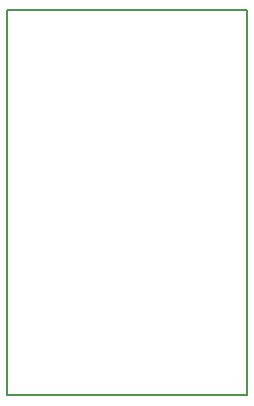
<source format=gm1>
G04 #@! TF.FileFunction,Profile,NP*
%FSLAX46Y46*%
G04 Gerber Fmt 4.6, Leading zero omitted, Abs format (unit mm)*
G04 Created by KiCad (PCBNEW 4.0.6+dfsg1-1) date Mon Feb 26 15:58:45 2018*
%MOMM*%
%LPD*%
G01*
G04 APERTURE LIST*
%ADD10C,0.100000*%
%ADD11C,0.150000*%
G04 APERTURE END LIST*
D10*
D11*
X71120Y32715200D02*
X71120Y76200D01*
X20391120Y32715200D02*
X71120Y32715200D01*
X20391120Y76200D02*
X20391120Y32715200D01*
X71120Y76200D02*
X20391120Y76200D01*
M02*

</source>
